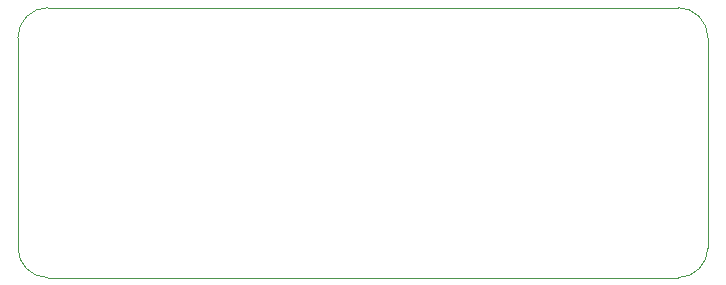
<source format=gbr>
%TF.GenerationSoftware,KiCad,Pcbnew,9.0.7*%
%TF.CreationDate,2026-01-28T15:54:31+01:00*%
%TF.ProjectId,RoyalBlue54L-Feather,526f7961-6c42-46c7-9565-35344c2d4665,rev?*%
%TF.SameCoordinates,Original*%
%TF.FileFunction,Profile,NP*%
%FSLAX46Y46*%
G04 Gerber Fmt 4.6, Leading zero omitted, Abs format (unit mm)*
G04 Created by KiCad (PCBNEW 9.0.7) date 2026-01-28 15:54:31*
%MOMM*%
%LPD*%
G01*
G04 APERTURE LIST*
%TA.AperFunction,Profile*%
%ADD10C,0.100000*%
%TD*%
G04 APERTURE END LIST*
D10*
X177520000Y-113870000D02*
G75*
G02*
X174980000Y-116410000I-2540000J0D01*
G01*
X174980000Y-93550000D02*
G75*
G02*
X177520000Y-96090000I0J-2540000D01*
G01*
X119100000Y-96090000D02*
G75*
G02*
X121640000Y-93550000I2540000J0D01*
G01*
X121640000Y-93550000D02*
X174980000Y-93550000D01*
X119100000Y-113870000D02*
X119100000Y-96090000D01*
X121640000Y-116410000D02*
G75*
G02*
X119100000Y-113870000I0J2540000D01*
G01*
X177520000Y-96090000D02*
X177520000Y-113870000D01*
X174980000Y-116410000D02*
X121640000Y-116410000D01*
M02*

</source>
